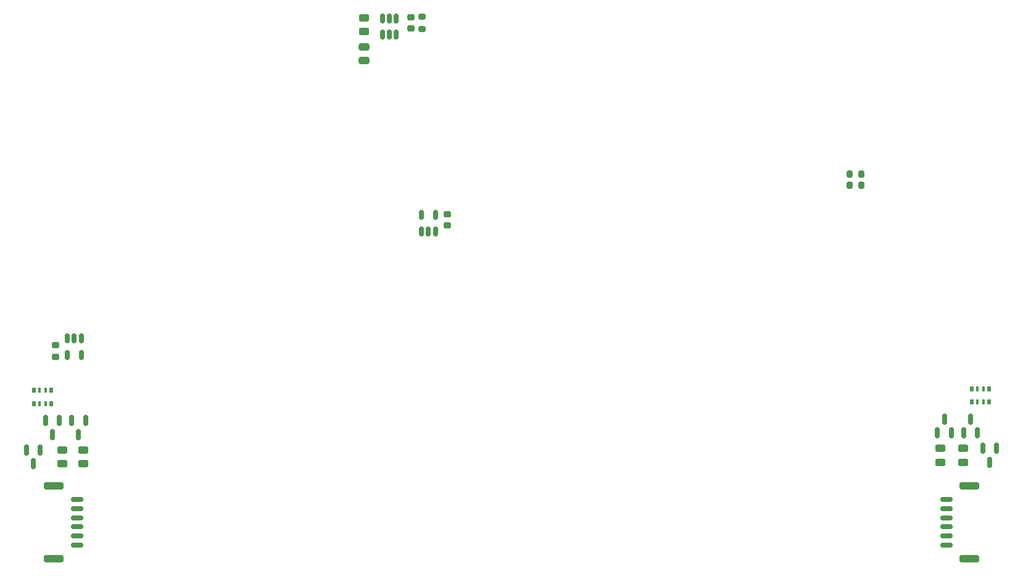
<source format=gbp>
%TF.GenerationSoftware,KiCad,Pcbnew,8.0.3*%
%TF.CreationDate,2024-07-30T03:57:46+02:00*%
%TF.ProjectId,iidx_pico,69696478-5f70-4696-936f-2e6b69636164,rev?*%
%TF.SameCoordinates,Original*%
%TF.FileFunction,Paste,Bot*%
%TF.FilePolarity,Positive*%
%FSLAX46Y46*%
G04 Gerber Fmt 4.6, Leading zero omitted, Abs format (unit mm)*
G04 Created by KiCad (PCBNEW 8.0.3) date 2024-07-30 03:57:46*
%MOMM*%
%LPD*%
G01*
G04 APERTURE LIST*
G04 Aperture macros list*
%AMRoundRect*
0 Rectangle with rounded corners*
0 $1 Rounding radius*
0 $2 $3 $4 $5 $6 $7 $8 $9 X,Y pos of 4 corners*
0 Add a 4 corners polygon primitive as box body*
4,1,4,$2,$3,$4,$5,$6,$7,$8,$9,$2,$3,0*
0 Add four circle primitives for the rounded corners*
1,1,$1+$1,$2,$3*
1,1,$1+$1,$4,$5*
1,1,$1+$1,$6,$7*
1,1,$1+$1,$8,$9*
0 Add four rect primitives between the rounded corners*
20,1,$1+$1,$2,$3,$4,$5,0*
20,1,$1+$1,$4,$5,$6,$7,0*
20,1,$1+$1,$6,$7,$8,$9,0*
20,1,$1+$1,$8,$9,$2,$3,0*%
G04 Aperture macros list end*
%ADD10RoundRect,0.200000X0.200000X0.275000X-0.200000X0.275000X-0.200000X-0.275000X0.200000X-0.275000X0*%
%ADD11RoundRect,0.250000X-1.100000X0.250000X-1.100000X-0.250000X1.100000X-0.250000X1.100000X0.250000X0*%
%ADD12RoundRect,0.150000X-0.700000X0.150000X-0.700000X-0.150000X0.700000X-0.150000X0.700000X0.150000X0*%
%ADD13RoundRect,0.150000X0.700000X-0.150000X0.700000X0.150000X-0.700000X0.150000X-0.700000X-0.150000X0*%
%ADD14RoundRect,0.250000X1.100000X-0.250000X1.100000X0.250000X-1.100000X0.250000X-1.100000X-0.250000X0*%
%ADD15R,0.500000X0.800000*%
%ADD16R,0.400000X0.800000*%
%ADD17RoundRect,0.150000X-0.150000X0.512500X-0.150000X-0.512500X0.150000X-0.512500X0.150000X0.512500X0*%
%ADD18RoundRect,0.243750X-0.456250X0.243750X-0.456250X-0.243750X0.456250X-0.243750X0.456250X0.243750X0*%
%ADD19RoundRect,0.225000X-0.250000X0.225000X-0.250000X-0.225000X0.250000X-0.225000X0.250000X0.225000X0*%
%ADD20RoundRect,0.150000X-0.150000X0.587500X-0.150000X-0.587500X0.150000X-0.587500X0.150000X0.587500X0*%
%ADD21RoundRect,0.200000X-0.275000X0.200000X-0.275000X-0.200000X0.275000X-0.200000X0.275000X0.200000X0*%
%ADD22RoundRect,0.150000X0.150000X-0.587500X0.150000X0.587500X-0.150000X0.587500X-0.150000X-0.587500X0*%
%ADD23RoundRect,0.225000X0.250000X-0.225000X0.250000X0.225000X-0.250000X0.225000X-0.250000X-0.225000X0*%
%ADD24RoundRect,0.250000X-0.475000X0.250000X-0.475000X-0.250000X0.475000X-0.250000X0.475000X0.250000X0*%
%ADD25RoundRect,0.150000X0.150000X-0.512500X0.150000X0.512500X-0.150000X0.512500X-0.150000X-0.512500X0*%
G04 APERTURE END LIST*
D10*
%TO.C,R2*%
X185345000Y-53200000D03*
X183695000Y-53200000D03*
%TD*%
D11*
%TO.C,J2*%
X200170000Y-104375000D03*
X200170000Y-94425000D03*
D12*
X196970000Y-102525000D03*
X196970000Y-101275000D03*
X196970000Y-100025000D03*
X196970000Y-98775000D03*
X196970000Y-97525000D03*
X196970000Y-96275000D03*
%TD*%
D13*
%TO.C,J1*%
X77670000Y-102525000D03*
X77670000Y-101275000D03*
X77670000Y-100025000D03*
X77670000Y-98775000D03*
X77670000Y-97525000D03*
X77670000Y-96275000D03*
D14*
X74470000Y-104375000D03*
X74470000Y-94425000D03*
%TD*%
D10*
%TO.C,R1*%
X185345000Y-51600000D03*
X183695000Y-51600000D03*
%TD*%
D15*
%TO.C,RN2*%
X202880000Y-81100000D03*
D16*
X202080000Y-81100000D03*
X201280000Y-81100000D03*
D15*
X200480000Y-81100000D03*
X200480000Y-82900000D03*
D16*
X201280000Y-82900000D03*
X202080000Y-82900000D03*
D15*
X202880000Y-82900000D03*
%TD*%
D17*
%TO.C,U2*%
X76370000Y-74162500D03*
X77320000Y-74162500D03*
X78270000Y-74162500D03*
X78270000Y-76437500D03*
X76370000Y-76437500D03*
%TD*%
D15*
%TO.C,RN1*%
X74170000Y-83100000D03*
D16*
X73370000Y-83100000D03*
X72570000Y-83100000D03*
D15*
X71770000Y-83100000D03*
X71770000Y-81300000D03*
D16*
X72570000Y-81300000D03*
X73370000Y-81300000D03*
D15*
X74170000Y-81300000D03*
%TD*%
D18*
%TO.C,F5*%
X199320000Y-91137500D03*
X199320000Y-89262500D03*
%TD*%
D19*
%TO.C,C3*%
X123520000Y-30150000D03*
X123520000Y-31700000D03*
%TD*%
D20*
%TO.C,D3*%
X76970000Y-85462500D03*
X78870000Y-85462500D03*
X77920000Y-87337500D03*
%TD*%
%TO.C,D4*%
X202920000Y-91137500D03*
X203870000Y-89262500D03*
X201970000Y-89262500D03*
%TD*%
D19*
%TO.C,C2*%
X128520000Y-58675000D03*
X128520000Y-57125000D03*
%TD*%
D21*
%TO.C,R3*%
X125020000Y-30075000D03*
X125020000Y-31725000D03*
%TD*%
D22*
%TO.C,D6*%
X197670000Y-87137500D03*
X195770000Y-87137500D03*
X196720000Y-85262500D03*
%TD*%
D23*
%TO.C,C1*%
X74720000Y-76675000D03*
X74720000Y-75125000D03*
%TD*%
D18*
%TO.C,F2*%
X78520000Y-89462500D03*
X78520000Y-91337500D03*
%TD*%
%TO.C,F1*%
X117070000Y-30212500D03*
X117070000Y-32087500D03*
%TD*%
D20*
%TO.C,D1*%
X70770000Y-89462500D03*
X72670000Y-89462500D03*
X71720000Y-91337500D03*
%TD*%
D22*
%TO.C,D5*%
X200320000Y-85262500D03*
X199370000Y-87137500D03*
X201270000Y-87137500D03*
%TD*%
D18*
%TO.C,F4*%
X196120000Y-91137500D03*
X196120000Y-89262500D03*
%TD*%
D24*
%TO.C,C4*%
X117070000Y-34200000D03*
X117070000Y-36100000D03*
%TD*%
D25*
%TO.C,U3*%
X126870000Y-57262500D03*
X124970000Y-57262500D03*
X124970000Y-59537500D03*
X125920000Y-59537500D03*
X126870000Y-59537500D03*
%TD*%
%TO.C,U4*%
X121520000Y-32537500D03*
X120570000Y-32537500D03*
X119620000Y-32537500D03*
X119620000Y-30262500D03*
X120570000Y-30262500D03*
X121520000Y-30262500D03*
%TD*%
D18*
%TO.C,F3*%
X75720000Y-89462500D03*
X75720000Y-91337500D03*
%TD*%
D20*
%TO.C,D2*%
X73370000Y-85462500D03*
X75270000Y-85462500D03*
X74320000Y-87337500D03*
%TD*%
M02*

</source>
